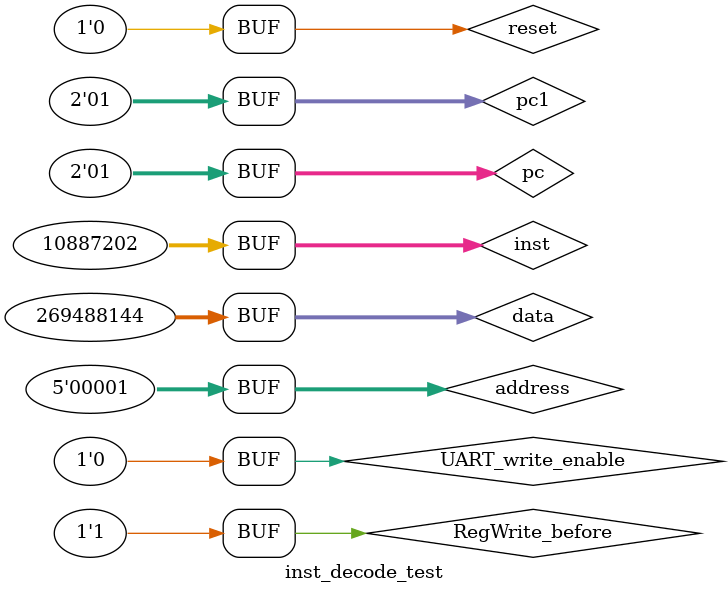
<source format=sv>
module inst_decode_test #(
	parameter INST_MEM_WIDTH = 2
);
	logic reset;
	logic [31:0] inst;
	logic [INST_MEM_WIDTH-1:0] pc;
	logic [INST_MEM_WIDTH-1:0] pc1;
	logic RegWrite_before;
	logic UART_write_enable;
	logic [31:0] data;
	logic [4:0] address;
 	logic RegWrite;
	logic [1:0] MemtoReg;
	logic [1:0] ALUSrcs;
	logic ALUSrcs2;
	logic [3:0] ALUOp;
	logic [1:0] RegDist;
	logic [1:0] Branch;
	logic MemWrite;
	logic MemRead;
	logic UARTtoReg;
	logic RegtoUART;
	logic [31:0] op1;
	logic [31:0] op2;
	logic [4:0] rt;
	logic [4:0] rd;
	logic [4:0] sa;
	logic [15:0] immediate;
	logic [25:0] inst_index;
	logic [INST_MEM_WIDTH-1:0] pc_next;
	logic [INST_MEM_WIDTH-1:0] pc1_next;

	localparam WAIT = 5000;
	inst_decode #(INST_MEM_WIDTH) inst_decode_instance(
		reset,
	 	inst,
		pc,
		pc1,
		RegWrite_before,
		UART_write_enable,
		data,
		address,
 		RegWrite,
		MemtoReg,
		ALUSrcs,
		ALUSrcs2,
		ALUOp,
		RegDist,
		Branch,
		MemWrite,
		MemRead,
		UARTtoReg,
		RegtoUART,
		op1,
		op2,
		rt,
		rd,
		sa,
		immediate,
		inst_index,
		pc_next,
		pc1_next
	);

	initial begin
		#WAIT;
		reset <= 1;
		#WAIT;
		reset <= 0;
		#WAIT;
		inst <= 32'h00430820; //ADD %r1,%r2,%r3
		pc <= 1;
		pc1 <= 1;
		RegWrite_before <= 0;
		UART_write_enable <= 0;
		data <= 32'h1010101010;
		address <= 5'b00001;
		#WAIT;
		inst <= 32'h00a62022; //SUB %r4,%r5,%r6
		pc <= 1;
		pc1 <= 1;
		RegWrite_before <= 1;
		UART_write_enable <= 0;
		data <= 32'h1010101010;
		address <= 5'b00001;
		#WAIT;
	end
endmodule

</source>
